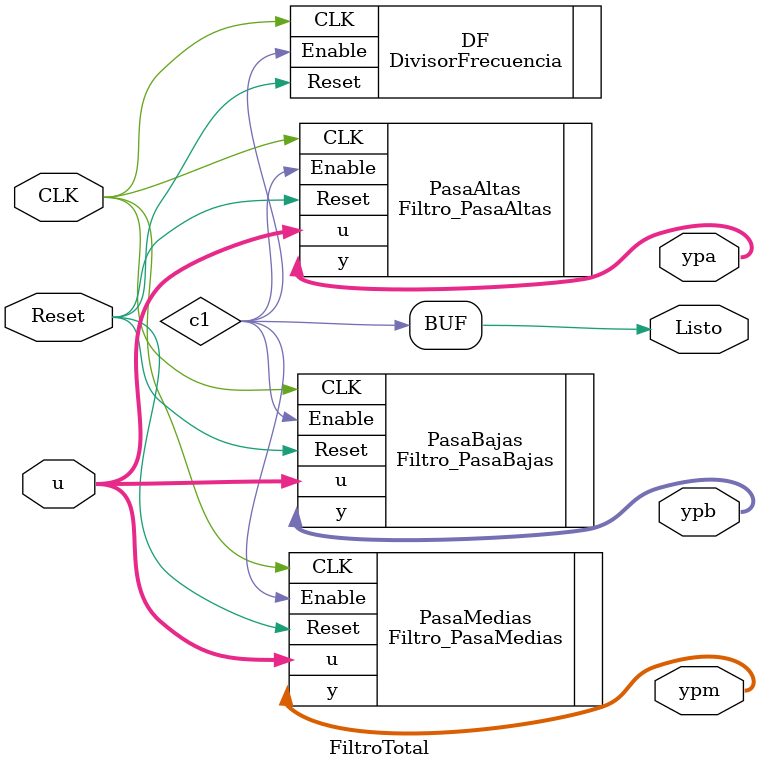
<source format=v>
`timescale 1ns / 1ps
module FiltroTotal #(parameter W = 25)(
    input Reset, CLK,
    input wire signed [W-1:0] u,    //Entrada "u" del filtro total
    output wire signed [W-1:0] ypb, //Salida de la banda de frecuencias bajas
	 output wire signed [W-1:0] ypm, //Salida de la banda de frecuencias medias
	 output wire signed [W-1:0] ypa, //Salida de la banda de frecuencias altas
	 output Listo							//Salida "Listo" que indica pulso de muestreo
    );
	
	wire c1;
	
	assign Listo = c1;
	
	DivisorFrecuencia DF (
    .CLK(CLK), 
    .Reset(Reset), 
    .Enable(c1)
    );
	
	Filtro_PasaBajas PasaBajas (
    .Reset(Reset), 
    .CLK(CLK), 
    .Enable(c1), 
    .u(u), 
    .y(ypb)
    );
	
	Filtro_PasaMedias PasaMedias (
    .Reset(Reset), 
    .CLK(CLK), 
    .Enable(c1), 
    .u(u), 
    .y(ypm)
    );
	
	Filtro_PasaAltas PasaAltas (
    .Reset(Reset), 
    .CLK(CLK), 
    .Enable(c1), 
    .u(u), 
    .y(ypa)
    );
	 
endmodule

</source>
